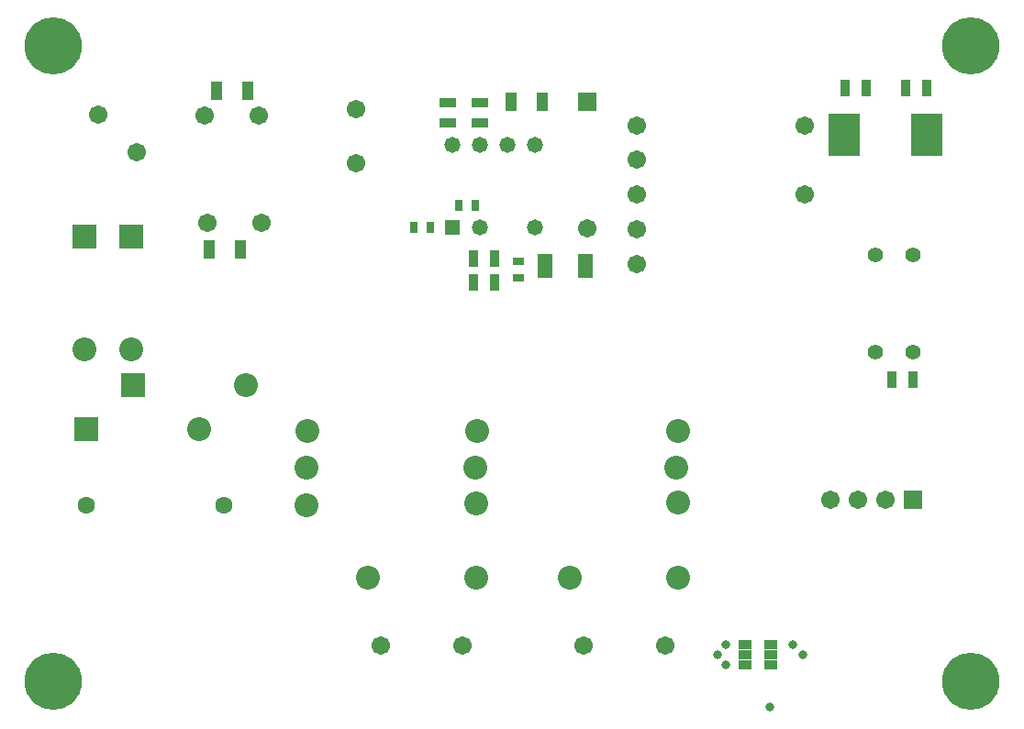
<source format=gbs>
%FSLAX25Y25*%
%MOIN*%
G70*
G01*
G75*
G04 Layer_Color=16711935*
%ADD10C,0.02500*%
%ADD11C,0.04724*%
%ADD12C,0.20000*%
%ADD13C,0.07874*%
%ADD14C,0.05906*%
%ADD15R,0.05906X0.05906*%
%ADD16R,0.05906X0.05906*%
%ADD17R,0.07874X0.07874*%
%ADD18R,0.05000X0.05000*%
%ADD19C,0.05000*%
%ADD20R,0.07874X0.07874*%
%ADD21C,0.05512*%
%ADD22C,0.02500*%
%ADD23R,0.02756X0.05118*%
%ADD24R,0.04331X0.02559*%
%ADD25R,0.03543X0.06299*%
%ADD26R,0.03543X0.02362*%
%ADD27R,0.02362X0.03543*%
%ADD28R,0.04921X0.07874*%
%ADD29R,0.05118X0.02756*%
%ADD30R,0.11000X0.15000*%
%ADD31C,0.07500*%
%ADD32C,0.05000*%
%ADD33C,0.03000*%
%ADD34C,0.04000*%
%ADD35C,0.01000*%
%ADD36C,0.00787*%
%ADD37R,0.11110X0.03543*%
%ADD38R,0.03150X0.11024*%
%ADD39R,0.11024X0.03150*%
%ADD40C,0.05524*%
%ADD41C,0.20800*%
%ADD42C,0.08674*%
%ADD43C,0.06706*%
%ADD44R,0.06706X0.06706*%
%ADD45R,0.06706X0.06706*%
%ADD46R,0.08674X0.08674*%
%ADD47R,0.05800X0.05800*%
%ADD48C,0.05800*%
%ADD49R,0.08674X0.08674*%
%ADD50C,0.06312*%
%ADD51C,0.03300*%
%ADD52R,0.03556X0.05918*%
%ADD53R,0.05131X0.03359*%
%ADD54R,0.04343X0.07099*%
%ADD55R,0.04343X0.03162*%
%ADD56R,0.03162X0.04343*%
%ADD57R,0.05721X0.08674*%
%ADD58R,0.05918X0.03556*%
%ADD59R,0.11800X0.15800*%
D40*
X4438890Y1902500D02*
D03*
X4425110D02*
D03*
Y1867000D02*
D03*
X4438890D02*
D03*
D41*
X4460000Y1978500D02*
D03*
X4126500D02*
D03*
Y1747500D02*
D03*
X4460000D02*
D03*
D42*
X4280000Y1825000D02*
D03*
X4280500Y1838500D02*
D03*
X4353000Y1825000D02*
D03*
X4353500Y1838500D02*
D03*
Y1812500D02*
D03*
X4280185Y1812185D02*
D03*
X4218500Y1811500D02*
D03*
X4219000Y1838500D02*
D03*
X4218500Y1825000D02*
D03*
X4280185Y1785106D02*
D03*
X4240815D02*
D03*
X4314315D02*
D03*
X4353685D02*
D03*
X4179591Y1839000D02*
D03*
X4196590Y1855000D02*
D03*
X4155000Y1867909D02*
D03*
X4138000D02*
D03*
D43*
X4408890Y1813500D02*
D03*
X4418890D02*
D03*
X4428890D02*
D03*
X4275264Y1760500D02*
D03*
X4245736D02*
D03*
X4319236D02*
D03*
X4348764D02*
D03*
X4320500Y1912000D02*
D03*
X4143040Y1953460D02*
D03*
X4156960Y1939540D02*
D03*
X4201185Y1953000D02*
D03*
X4181500D02*
D03*
X4202185Y1914000D02*
D03*
X4182500D02*
D03*
X4236500Y1955343D02*
D03*
Y1935657D02*
D03*
X4399524Y1924303D02*
D03*
Y1949500D02*
D03*
X4338500Y1899106D02*
D03*
Y1911705D02*
D03*
Y1924303D02*
D03*
Y1936902D02*
D03*
Y1949500D02*
D03*
D44*
X4438890Y1813500D02*
D03*
D45*
X4320500Y1958000D02*
D03*
D46*
X4138409Y1839000D02*
D03*
X4155409Y1855000D02*
D03*
D47*
X4271500Y1912500D02*
D03*
D48*
X4281500D02*
D03*
X4301500D02*
D03*
X4271500Y1942500D02*
D03*
X4281500D02*
D03*
X4291500D02*
D03*
X4301500D02*
D03*
D49*
X4155000Y1909091D02*
D03*
X4138000D02*
D03*
D50*
X4138500Y1811500D02*
D03*
X4188500D02*
D03*
D51*
X4387000Y1738000D02*
D03*
X4371000Y1760740D02*
D03*
X4399000Y1757000D02*
D03*
X4395240Y1760740D02*
D03*
X4371000Y1753260D02*
D03*
X4368000Y1757000D02*
D03*
D52*
X4421740Y1963000D02*
D03*
X4414260D02*
D03*
X4443740D02*
D03*
X4436260D02*
D03*
X4286740Y1892500D02*
D03*
X4279260D02*
D03*
X4286740Y1901000D02*
D03*
X4279260D02*
D03*
X4438740Y1857000D02*
D03*
X4431260D02*
D03*
D53*
X4377776Y1753260D02*
D03*
Y1757000D02*
D03*
Y1760740D02*
D03*
X4387225D02*
D03*
Y1757000D02*
D03*
Y1753260D02*
D03*
D54*
X4185791Y1962000D02*
D03*
X4197209D02*
D03*
X4183291Y1904500D02*
D03*
X4194709D02*
D03*
X4304209Y1958000D02*
D03*
X4292791D02*
D03*
D55*
X4295500Y1894047D02*
D03*
Y1899953D02*
D03*
D56*
X4263453Y1912500D02*
D03*
X4257547D02*
D03*
X4279953Y1920500D02*
D03*
X4274047D02*
D03*
D57*
X4305118Y1898500D02*
D03*
X4319882D02*
D03*
D58*
X4281500Y1950260D02*
D03*
Y1957740D02*
D03*
X4270000D02*
D03*
Y1950260D02*
D03*
D59*
X4444000Y1946000D02*
D03*
X4414000D02*
D03*
M02*

</source>
